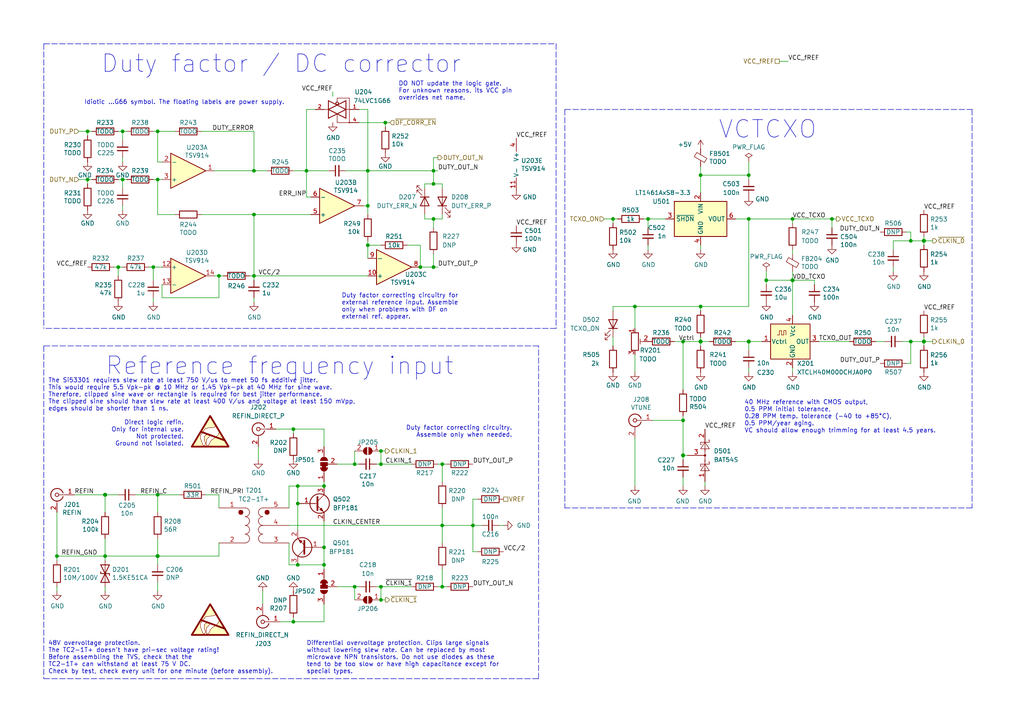
<source format=kicad_sch>
(kicad_sch (version 20211123) (generator eeschema)
  (paper "A4")
  (title_block (title "Generator 0.0125 - 6.4 GHz (or up to 20 GHz)") (date "2021-12-30") (rev "211230-001") (company "Petr Polasek") (comment 1 "001, 2021-12-30 01:03") (comment 2 "TCXO / external input") (comment 3 "LMX2572 (6.4 GHz) / LMX2592 (9.8GHz) / LMX2594 (15 GHz) / LMX2595 (20 GHz)"))
  (junction (at 85.09 180.34))
  (junction (at 85.09 124.46))
  (junction (at 125.73 49.53) (diameter 0.9144))
  (junction (at 217.17 50.8))
  (junction (at 44.45 77.47) (diameter 0.9144))
  (junction (at 198.12 121.92))
  (junction (at 25.4 38.1))
  (junction (at 222.25 81.28))
  (junction (at 45.72 38.1) (diameter 0.9144))
  (junction (at 203.2 50.8))
  (junction (at 229.87 81.28) (diameter 1.016))
  (junction (at 16.51 161.29) (diameter 0.9144))
  (junction (at 73.66 80.01) (diameter 0.9144))
  (junction (at 106.68 49.53) (diameter 0.9144))
  (junction (at 198.12 99.06))
  (junction (at 217.17 99.06) (diameter 1.016))
  (junction (at 217.17 63.5))
  (junction (at 128.27 152.4) (diameter 0.9144))
  (junction (at 93.98 158.75))
  (junction (at 198.12 132.08) (diameter 1.016))
  (junction (at 177.8 63.5))
  (junction (at 73.66 49.53) (diameter 0.9144))
  (junction (at 88.9 49.53))
  (junction (at 106.68 71.12) (diameter 0.9144))
  (junction (at 128.27 170.18) (diameter 0.9144))
  (junction (at 264.16 69.85))
  (junction (at 45.72 52.07) (diameter 0.9144))
  (junction (at 110.49 170.18))
  (junction (at 25.4 52.07))
  (junction (at 86.36 163.83))
  (junction (at 45.72 161.29) (diameter 1.016))
  (junction (at 34.29 77.47) (diameter 0.9144))
  (junction (at 121.92 77.47) (diameter 0.9144))
  (junction (at 267.97 99.06) (diameter 1.016))
  (junction (at 203.2 88.9))
  (junction (at 93.98 140.97))
  (junction (at 229.87 63.5))
  (junction (at 241.3 63.5))
  (junction (at 30.48 143.51) (diameter 1.016))
  (junction (at 137.16 152.4) (diameter 0.9144))
  (junction (at 187.96 63.5))
  (junction (at 35.56 52.07) (diameter 0.9144))
  (junction (at 110.49 134.62))
  (junction (at 203.2 99.06) (diameter 1.016))
  (junction (at 30.48 161.29) (diameter 0.9144))
  (junction (at 128.27 134.62) (diameter 0.9144))
  (junction (at 110.49 130.81))
  (junction (at 106.68 59.69) (diameter 0.9144))
  (junction (at 111.76 35.56))
  (junction (at 184.15 88.9))
  (junction (at 267.97 69.85) (diameter 1.016))
  (junction (at 86.36 140.97))
  (junction (at 86.36 146.05))
  (junction (at 125.73 77.47))
  (junction (at 125.73 53.34))
  (junction (at 73.66 62.23))
  (junction (at 110.49 173.99))
  (junction (at 63.5 80.01) (diameter 0.9144))
  (junction (at 102.87 170.18))
  (junction (at 93.98 163.83))
  (junction (at 102.87 134.62))
  (junction (at 45.72 143.51))
  (junction (at 125.73 63.5))
  (junction (at 35.56 38.1) (diameter 0.9144))
  (junction (at 264.16 99.06))
  (wire (pts (xy 187.96 72.39) (xy 187.96 71.12)))
  (wire (pts (xy 73.66 80.01) (xy 106.68 80.01)))
  (wire (pts (xy 25.4 38.1) (xy 25.4 39.37)))
  (wire (pts (xy 34.29 38.1) (xy 35.56 38.1)))
  (wire (pts (xy 73.66 80.01) (xy 73.66 81.28)))
  (wire (pts (xy 175.26 63.5) (xy 177.8 63.5)))
  (wire (pts (xy 128.27 134.62) (xy 128.27 139.7)))
  (wire (pts (xy 44.45 77.47) (xy 44.45 81.28)))
  (wire (pts (xy 204.47 139.7) (xy 204.47 140.97)))
  (wire (pts (xy 102.87 130.81) (xy 102.87 134.62)))
  (wire (pts (xy 30.48 156.21) (xy 30.48 161.29)))
  (wire (pts (xy 63.5 80.01) (xy 64.77 80.01)))
  (wire (pts (xy 33.02 77.47) (xy 34.29 77.47)))
  (wire (pts (xy 128.27 54.61) (xy 128.27 53.34)))
  (wire (pts (xy 62.23 80.01) (xy 63.5 80.01)))
  (wire (pts (xy 109.22 170.18) (xy 110.49 170.18)))
  (wire (pts (xy 236.22 82.55) (xy 236.22 81.28)))
  (wire (pts (xy 241.3 63.5) (xy 241.3 66.04)))
  (wire (pts (xy 229.87 63.5) (xy 241.3 63.5)))
  (wire (pts (xy 229.87 64.77) (xy 229.87 63.5)))
  (wire (pts (xy 270.51 69.85) (xy 267.97 69.85)))
  (wire (pts (xy 86.36 140.97) (xy 86.36 146.05)))
  (wire (pts (xy 111.76 35.56) (xy 113.03 35.56)))
  (wire (pts (xy 85.09 124.46) (xy 85.09 125.73)))
  (wire (pts (xy 44.45 86.36) (xy 44.45 87.63)))
  (wire (pts (xy 22.86 52.07) (xy 25.4 52.07)))
  (wire (pts (xy 109.22 134.62) (xy 110.49 134.62)))
  (wire (pts (xy 127 170.18) (xy 128.27 170.18)))
  (wire (pts (xy 16.51 148.59) (xy 16.51 161.29)))
  (wire (pts (xy 128.27 62.23) (xy 128.27 63.5)))
  (wire (pts (xy 46.99 77.47) (xy 44.45 77.47)))
  (wire (pts (xy 128.27 134.62) (xy 129.54 134.62)))
  (wire (pts (xy 34.29 77.47) (xy 34.29 80.01)))
  (wire (pts (xy 45.72 161.29) (xy 45.72 163.83)))
  (wire (pts (xy 267.97 71.12) (xy 267.97 69.85)))
  (wire (pts (xy 83.82 140.97) (xy 86.36 140.97)))
  (wire (pts (xy 96.52 26.67) (xy 96.52 27.94)))
  (wire (pts (xy 222.25 81.28) (xy 222.25 78.74)))
  (wire (pts (xy 106.68 49.53) (xy 106.68 59.69)))
  (wire (pts (xy 35.56 46.99) (xy 35.56 45.72)))
  (wire (pts (xy 259.08 78.74) (xy 259.08 77.47)))
  (wire (pts (xy 34.29 77.47) (xy 35.56 77.47)))
  (wire (pts (xy 125.73 73.66) (xy 125.73 77.47)))
  (wire (pts (xy 177.8 63.5) (xy 177.8 64.77)))
  (wire (pts (xy 50.8 62.23) (xy 45.72 62.23)))
  (wire (pts (xy 73.66 86.36) (xy 73.66 87.63)))
  (wire (pts (xy 44.45 38.1) (xy 45.72 38.1)))
  (wire (pts (xy 45.72 143.51) (xy 52.07 143.51)))
  (wire (pts (xy 16.51 161.29) (xy 16.51 162.56)))
  (wire (pts (xy 93.98 163.83) (xy 93.98 165.1)))
  (wire (pts (xy 74.93 133.35) (xy 74.93 129.54)))
  (wire (pts (xy 177.8 90.17) (xy 177.8 88.9)))
  (wire (pts (xy 177.8 88.9) (xy 184.15 88.9)))
  (wire (pts (xy 85.09 49.53) (xy 88.9 49.53)))
  (wire (pts (xy 30.48 161.29) (xy 45.72 161.29)))
  (wire (pts (xy 106.68 31.75) (xy 106.68 49.53)))
  (wire (pts (xy 104.14 31.75) (xy 106.68 31.75)))
  (wire (pts (xy 229.87 81.28) (xy 222.25 81.28)))
  (wire (pts (xy 198.12 120.65) (xy 198.12 121.92)))
  (wire (pts (xy 125.73 63.5) (xy 125.73 66.04)))
  (wire (pts (xy 256.54 99.06) (xy 254 99.06)))
  (wire (pts (xy 102.87 173.99) (xy 102.87 170.18)))
  (wire (pts (xy 203.2 50.8) (xy 217.17 50.8)))
  (wire (pts (xy 217.17 52.07) (xy 217.17 50.8)))
  (wire (pts (xy 217.17 107.95) (xy 217.17 106.68)))
  (wire (pts (xy 45.72 52.07) (xy 45.72 62.23)))
  (wire (pts (xy 58.42 38.1) (xy 73.66 38.1)))
  (wire (pts (xy 138.43 144.78) (xy 137.16 144.78)))
  (wire (pts (xy 45.72 46.99) (xy 46.99 46.99)))
  (wire (pts (xy 229.87 81.28) (xy 236.22 81.28)))
  (wire (pts (xy 86.36 146.05) (xy 86.36 153.67)))
  (wire (pts (xy 106.68 59.69) (xy 105.41 59.69)))
  (wire (pts (xy 241.3 63.5) (xy 242.57 63.5)))
  (polyline (pts (xy 156.21 196.85) (xy 156.21 100.33)))
  (polyline (pts (xy 156.21 100.33) (xy 12.7 100.33)))
  (polyline (pts (xy 12.7 196.85) (xy 156.21 196.85)))
  (polyline (pts (xy 12.7 100.33) (xy 12.7 196.85)))
  (wire (pts (xy 62.23 49.53) (xy 73.66 49.53)))
  (wire (pts (xy 229.87 72.39) (xy 229.87 73.66)))
  (wire (pts (xy 35.56 52.07) (xy 35.56 54.61)))
  (wire (pts (xy 73.66 49.53) (xy 77.47 49.53)))
  (wire (pts (xy 203.2 99.06) (xy 205.74 99.06)))
  (wire (pts (xy 91.44 31.75) (xy 88.9 31.75)))
  (wire (pts (xy 88.9 31.75) (xy 88.9 49.53)))
  (wire (pts (xy 229.87 107.95) (xy 229.87 106.68)))
  (wire (pts (xy 121.92 71.12) (xy 121.92 77.47)))
  (wire (pts (xy 229.87 81.28) (xy 229.87 91.44)))
  (wire (pts (xy 104.14 35.56) (xy 111.76 35.56)))
  (wire (pts (xy 125.73 77.47) (xy 127 77.47)))
  (wire (pts (xy 121.92 77.47) (xy 125.73 77.47)))
  (wire (pts (xy 262.89 67.31) (xy 264.16 67.31)))
  (wire (pts (xy 264.16 67.31) (xy 264.16 69.85)))
  (wire (pts (xy 110.49 134.62) (xy 119.38 134.62)))
  (wire (pts (xy 187.96 63.5) (xy 193.04 63.5)))
  (wire (pts (xy 128.27 165.1) (xy 128.27 170.18)))
  (wire (pts (xy 137.16 152.4) (xy 139.7 152.4)))
  (wire (pts (xy 63.5 143.51) (xy 63.5 147.32)))
  (wire (pts (xy 93.98 180.34) (xy 85.09 180.34)))
  (wire (pts (xy 93.98 175.26) (xy 93.98 180.34)))
  (wire (pts (xy 125.73 45.72) (xy 125.73 49.53)))
  (wire (pts (xy 63.5 157.48) (xy 63.5 161.29)))
  (wire (pts (xy 30.48 162.56) (xy 30.48 161.29)))
  (wire (pts (xy 86.36 163.83) (xy 93.98 163.83)))
  (wire (pts (xy 50.8 38.1) (xy 45.72 38.1)))
  (wire (pts (xy 100.33 49.53) (xy 106.68 49.53)))
  (wire (pts (xy 128.27 152.4) (xy 137.16 152.4)))
  (wire (pts (xy 30.48 143.51) (xy 34.29 143.51)))
  (wire (pts (xy 184.15 102.87) (xy 184.15 107.95)))
  (wire (pts (xy 102.87 170.18) (xy 104.14 170.18)))
  (wire (pts (xy 203.2 88.9) (xy 217.17 88.9)))
  (wire (pts (xy 217.17 63.5) (xy 217.17 88.9)))
  (wire (pts (xy 95.25 49.53) (xy 88.9 49.53)))
  (wire (pts (xy 259.08 69.85) (xy 259.08 72.39)))
  (wire (pts (xy 97.79 170.18) (xy 102.87 170.18)))
  (wire (pts (xy 81.28 180.34) (xy 85.09 180.34)))
  (wire (pts (xy 198.12 99.06) (xy 203.2 99.06)))
  (wire (pts (xy 195.58 99.06) (xy 198.12 99.06)))
  (wire (pts (xy 45.72 161.29) (xy 63.5 161.29)))
  (wire (pts (xy 217.17 46.99) (xy 217.17 50.8)))
  (wire (pts (xy 58.42 62.23) (xy 73.66 62.23)))
  (wire (pts (xy 73.66 62.23) (xy 90.17 62.23)))
  (wire (pts (xy 35.56 38.1) (xy 35.56 40.64)))
  (wire (pts (xy 222.25 81.28) (xy 222.25 82.55)))
  (wire (pts (xy 110.49 71.12) (xy 106.68 71.12)))
  (wire (pts (xy 45.72 156.21) (xy 45.72 161.29)))
  (wire (pts (xy 93.98 124.46) (xy 85.09 124.46)))
  (wire (pts (xy 93.98 129.54) (xy 93.98 124.46)))
  (wire (pts (xy 88.9 49.53) (xy 88.9 57.15)))
  (wire (pts (xy 217.17 99.06) (xy 217.17 101.6)))
  (wire (pts (xy 106.68 49.53) (xy 125.73 49.53)))
  (wire (pts (xy 198.12 132.08) (xy 198.12 133.35)))
  (wire (pts (xy 123.19 63.5) (xy 123.19 62.23)))
  (wire (pts (xy 229.87 81.28) (xy 229.87 78.74)))
  (wire (pts (xy 198.12 138.43) (xy 198.12 140.97)))
  (wire (pts (xy 118.11 71.12) (xy 121.92 71.12)))
  (wire (pts (xy 25.4 52.07) (xy 26.67 52.07)))
  (wire (pts (xy 73.66 62.23) (xy 73.66 80.01)))
  (wire (pts (xy 102.87 134.62) (xy 104.14 134.62)))
  (wire (pts (xy 16.51 171.45) (xy 16.51 170.18)))
  (wire (pts (xy 45.72 52.07) (xy 46.99 52.07)))
  (wire (pts (xy 110.49 173.99) (xy 110.49 170.18)))
  (wire (pts (xy 111.76 173.99) (xy 110.49 173.99)))
  (wire (pts (xy 187.96 63.5) (xy 186.69 63.5)))
  (wire (pts (xy 127 134.62) (xy 128.27 134.62)))
  (wire (pts (xy 16.51 161.29) (xy 30.48 161.29)))
  (wire (pts (xy 110.49 130.81) (xy 110.49 134.62)))
  (wire (pts (xy 111.76 130.81) (xy 110.49 130.81)))
  (wire (pts (xy 267.97 99.06) (xy 267.97 100.33)))
  (wire (pts (xy 261.62 99.06) (xy 264.16 99.06)))
  (wire (pts (xy 264.16 99.06) (xy 267.97 99.06)))
  (wire (pts (xy 144.78 152.4) (xy 146.05 152.4)))
  (wire (pts (xy 177.8 63.5) (xy 179.07 63.5)))
  (wire (pts (xy 34.29 52.07) (xy 35.56 52.07)))
  (wire (pts (xy 226.06 17.78) (xy 228.6 17.78)))
  (wire (pts (xy 213.36 63.5) (xy 217.17 63.5)))
  (wire (pts (xy 217.17 63.5) (xy 229.87 63.5)))
  (wire (pts (xy 97.79 134.62) (xy 102.87 134.62)))
  (wire (pts (xy 25.4 53.34) (xy 25.4 52.07)))
  (wire (pts (xy 25.4 38.1) (xy 26.67 38.1)))
  (wire (pts (xy 35.56 60.96) (xy 35.56 59.69)))
  (wire (pts (xy 44.45 52.07) (xy 45.72 52.07)))
  (wire (pts (xy 45.72 168.91) (xy 45.72 171.45)))
  (wire (pts (xy 21.59 143.51) (xy 30.48 143.51)))
  (wire (pts (xy 86.36 140.97) (xy 93.98 140.97)))
  (polyline (pts (xy 281.94 31.75) (xy 281.94 147.32)))
  (polyline (pts (xy 163.83 31.75) (xy 281.94 31.75)))
  (polyline (pts (xy 281.94 147.32) (xy 163.83 147.32)))
  (polyline (pts (xy 163.83 31.75) (xy 163.83 147.32)))
  (wire (pts (xy 125.73 63.5) (xy 123.19 63.5)))
  (wire (pts (xy 128.27 63.5) (xy 125.73 63.5)))
  (wire (pts (xy 267.97 69.85) (xy 267.97 68.58)))
  (wire (pts (xy 213.36 99.06) (xy 217.17 99.06)))
  (wire (pts (xy 262.89 105.41) (xy 264.16 105.41)))
  (wire (pts (xy 264.16 99.06) (xy 264.16 105.41)))
  (wire (pts (xy 63.5 86.36) (xy 46.99 86.36)))
  (wire (pts (xy 76.2 171.45) (xy 76.2 175.26)))
  (wire (pts (xy 199.39 132.08) (xy 198.12 132.08)))
  (wire (pts (xy 111.76 35.56) (xy 111.76 36.83)))
  (wire (pts (xy 35.56 38.1) (xy 36.83 38.1)))
  (wire (pts (xy 137.16 144.78) (xy 137.16 152.4)))
  (wire (pts (xy 198.12 132.08) (xy 198.12 121.92)))
  (wire (pts (xy 106.68 59.69) (xy 106.68 62.23)))
  (wire (pts (xy 45.72 143.51) (xy 45.72 148.59)))
  (wire (pts (xy 128.27 147.32) (xy 128.27 152.4)))
  (wire (pts (xy 85.09 180.34) (xy 85.09 179.07)))
  (wire (pts (xy 184.15 95.25) (xy 184.15 88.9)))
  (wire (pts (xy 184.15 88.9) (xy 203.2 88.9)))
  (wire (pts (xy 203.2 88.9) (xy 203.2 90.17)))
  (wire (pts (xy 88.9 57.15) (xy 90.17 57.15)))
  (wire (pts (xy 22.86 38.1) (xy 25.4 38.1)))
  (wire (pts (xy 39.37 143.51) (xy 45.72 143.51)))
  (wire (pts (xy 30.48 148.59) (xy 30.48 143.51)))
  (wire (pts (xy 83.82 157.48) (xy 83.82 163.83)))
  (wire (pts (xy 93.98 139.7) (xy 93.98 140.97)))
  (wire (pts (xy 217.17 99.06) (xy 220.98 99.06)))
  (wire (pts (xy 203.2 50.8) (xy 203.2 55.88)))
  (wire (pts (xy 203.2 48.26) (xy 203.2 50.8)))
  (wire (pts (xy 177.8 100.33) (xy 177.8 97.79)))
  (wire (pts (xy 83.82 147.32) (xy 83.82 140.97)))
  (wire (pts (xy 138.43 160.02) (xy 137.16 160.02)))
  (wire (pts (xy 123.19 53.34) (xy 123.19 54.61)))
  (wire (pts (xy 106.68 71.12) (xy 106.68 74.93)))
  (wire (pts (xy 137.16 152.4) (xy 137.16 160.02)))
  (wire (pts (xy 73.66 38.1) (xy 73.66 49.53)))
  (wire (pts (xy 63.5 80.01) (xy 63.5 86.36)))
  (wire (pts (xy 83.82 163.83) (xy 86.36 163.83)))
  (wire (pts (xy 43.18 77.47) (xy 44.45 77.47)))
  (wire (pts (xy 125.73 45.72) (xy 127 45.72)))
  (wire (pts (xy 270.51 99.06) (xy 267.97 99.06)))
  (wire (pts (xy 203.2 99.06) (xy 203.2 97.79)))
  (wire (pts (xy 128.27 170.18) (xy 129.54 170.18)))
  (wire (pts (xy 35.56 52.07) (xy 36.83 52.07)))
  (wire (pts (xy 93.98 151.13) (xy 93.98 158.75)))
  (wire (pts (xy 80.01 124.46) (xy 85.09 124.46)))
  (wire (pts (xy 189.23 121.92) (xy 198.12 121.92)))
  (wire (pts (xy 198.12 99.06) (xy 198.12 113.03)))
  (wire (pts (xy 106.68 69.85) (xy 106.68 71.12)))
  (wire (pts (xy 128.27 157.48) (xy 128.27 152.4)))
  (wire (pts (xy 267.97 97.79) (xy 267.97 99.06)))
  (wire (pts (xy 72.39 80.01) (xy 73.66 80.01)))
  (wire (pts (xy 203.2 100.33) (xy 203.2 99.06)))
  (wire (pts (xy 59.69 143.51) (xy 63.5 143.51)))
  (wire (pts (xy 128.27 53.34) (xy 125.73 53.34)))
  (wire (pts (xy 125.73 53.34) (xy 123.19 53.34)))
  (wire (pts (xy 110.49 170.18) (xy 119.38 170.18)))
  (polyline (pts (xy 161.29 12.7) (xy 161.29 95.25)))
  (polyline (pts (xy 12.7 12.7) (xy 161.29 12.7)))
  (polyline (pts (xy 161.29 95.25) (xy 12.7 95.25)))
  (polyline (pts (xy 12.7 12.7) (xy 12.7 95.25)))
  (wire (pts (xy 184.15 127) (xy 184.15 140.97)))
  (wire (pts (xy 246.38 99.06) (xy 237.49 99.06)))
  (wire (pts (xy 267.97 69.85) (xy 264.16 69.85)))
  (wire (pts (xy 264.16 69.85) (xy 259.08 69.85)))
  (wire (pts (xy 30.48 171.45) (xy 30.48 170.18)))
  (wire (pts (xy 83.82 152.4) (xy 128.27 152.4)))
  (wire (pts (xy 187.96 66.04) (xy 187.96 63.5)))
  (wire (pts (xy 203.2 72.39) (xy 203.2 71.12)))
  (wire (pts (xy 125.73 49.53) (xy 127 49.53)))
  (wire (pts (xy 46.99 86.36) (xy 46.99 82.55)))
  (wire (pts (xy 45.72 38.1) (xy 45.72 46.99)))
  (wire (pts (xy 93.98 158.75) (xy 93.98 163.83)))
  (wire (pts (xy 125.73 49.53) (xy 125.73 53.34)))
  (text "48V overvoltage protection.\nThe TC2-1T+ doesn't have pri-sec voltage rating!\nBefore assembling the TVS, check that the\nTC2-1T+ can withstand at least 75 V DC.\nCheck by test, check every unit for one minute (before assembly)." (at 13.97 195.58 0) (effects (font (size 1.27 1.27)) (justify left bottom)))
  (text "40 MHz reference with CMOS output,\n0.5 PPM initial tolerance,\n0.28 PPM temp. tolerance (-40 to +85°C),\n0.5 PPM/year aging.\nVC should allow enough trimming for at least 4.5 years." (at 215.9 125.73 0) (effects (font (size 1.27 1.27)) (justify left bottom)))
  (text "DO NOT update the logic gate.\nFor unknown reasons, its VCC pin\noverrides net name." (at 115.57 29.21 0) (effects (font (size 1.27 1.27)) (justify left bottom)))
  (text "Differential overvoltage protection. Clips large signals\nwithout lowering slew rate. Can be replaced by most\nmicrowave NPN transistors. Do not use diodes as these\ntend to be too slow or have high capacitance except for\nspecial types." (at 88.9 195.58 0) (effects (font (size 1.27 1.27)) (justify left bottom)))
  (text "VCTCXO" (at 208.28 40.64 0) (effects (font (size 5.08 5.08)) (justify left bottom)))
  (text "Duty factor / DC corrector" (at 29.21 21.59 0) (effects (font (size 5.08 5.08)) (justify left bottom)))
  (text "Reference frequency input" (at 30.48 109.22 0) (effects (font (size 5.08 5.08)) (justify left bottom)))
  (text "Duty factor correcting circuitry for\nexternal reference input. Assemble\nonly when problems with DF on\nexternal ref. appear." (at 99.06 92.71 0) (effects (font (size 1.27 1.27)) (justify left bottom)))
  (text "Idiotic ...G66 symbol. The floating labels are power supply." (at 82.55 30.48 0) (effects (font (size 1.27 1.27)) (justify right bottom)))
  (text "Duty factor correcting circuitry.\nAssemble only when needed." (at 148.59 127 0) (effects (font (size 1.27 1.27)) (justify right bottom)))
  (text "Direct logic refin.\nOnly for internal use.\nNot protected.\nGround not isolated." (at 53.34 129.54 0) (effects (font (size 1.27 1.27)) (justify right bottom)))
  (text "The Si53301 requires slew rate at least 750 V/us to meet 50 fs additive jitter.\nThis would require 5.5 Vpk-pk @ 10 MHz or 1.45 Vpk-pk at 40 MHz for sine wave.\nTherefore, clipped sine wave or rectangle is required for best jitter performance.\nThe clipped sine should have slew rate at least 400 V/us and voltage at least 150 mVpp,\nedges should be shorter than 1 ns." (at 13.97 119.38 0) (effects (font (size 1.27 1.27)) (justify left bottom)))
  (label "DUTY_ERROR" (at 73.66 38.1 180))
  (label "Vctrl" (at 196.85 99.06 0))
  (label "DUTY_OUT_P" (at 127 77.47 0))
  (label "VCC_fREF" (at 228.6 17.78 0))
  (label "VCC{slash}2" (at 146.05 160.02 0))
  (label "CLKIN_1" (at 111.76 134.62 0))
  (label "DUTY_OUT_P" (at 255.27 105.41 180))
  (label "VCC_fREF" (at 267.97 60.96 0))
  (label "VCC_fREF" (at 25.4 77.47 180))
  (label "REFIN" (at 21.59 143.51 0))
  (label "VCC_fREF" (at 204.47 124.46 0))
  (label "REFIN_C" (at 40.64 143.51 0))
  (label "DUTY_OUT_N" (at 137.16 170.18 0))
  (label "VCC{slash}2" (at 74.93 80.01 0))
  (label "CLKIN_CENTER" (at 96.52 152.4 0))
  (label "VCC_fREF" (at 149.7457 65.5256 0))
  (label "~{CLKIN_1}" (at 111.76 170.18 0))
  (label "REFIN_GND" (at 17.78 161.29 0))
  (label "VCC_fREF" (at 267.97 90.17 0))
  (label "VCC_fREF" (at 149.7457 40.1256 0))
  (label "VDD_TCXO" (at 229.87 81.28 0))
  (label "DUTY_OUT_N" (at 127 49.53 0))
  (label "VCC_fREF" (at 96.52 26.67 180))
  (label "VCC_TCXO" (at 229.87 63.5 0))
  (label "TCXO_OUT" (at 237.49 99.06 0))
  (label "ERR_INP" (at 88.9 57.15 180))
  (label "DUTY_OUT_P" (at 137.16 134.62 0))
  (label "DUTY_OUT_N" (at 255.27 67.31 180))
  (label "REFIN_PRI" (at 60.96 143.51 0))
  (hierarchical_label "DUTY_P" (shape input) (at 22.86 38.1 180))
  (hierarchical_label "DUTY_N" (shape input) (at 22.86 52.07 180))
  (hierarchical_label "TCXO_ON" (shape input) (at 175.26 63.5 180))
  (hierarchical_label "VCC_fREF" (shape passive) (at 226.06 17.78 180))
  (hierarchical_label "CLKIN_0" (shape output) (at 270.51 99.06 0))
  (hierarchical_label "DUTY_OUT_N" (shape output) (at 127 45.72 0))
  (hierarchical_label "~{CLKIN_0}" (shape output) (at 270.51 69.85 0))
  (hierarchical_label "VREF" (shape passive) (at 146.05 144.78 0))
  (hierarchical_label "VCC_TCXO" (shape output) (at 242.57 63.5 0))
  (hierarchical_label "~{DF_CORR_EN}" (shape input) (at 113.03 35.56 0))
  (hierarchical_label "~{CLKIN_1}" (shape output) (at 111.76 173.99 0))
  (hierarchical_label "CLKIN_1" (shape output) (at 111.76 130.81 0))
  (symbol (lib_id "power:PWR_FLAG") (at 217.17 46.99 0) (unit 1)
    (property "Reference" "#FLG0106" (effects hide))
    (property "Value" "PWR_FLAG" (at 217.17 42.6656 0))
  )
  (symbol (lib_id "petr:u.FL") (at 74.93 124.46 0) (mirror y) (unit 1)
    (property "Reference" "J202" (at 74.93 118.11 0))
    (property "Value" "REFIN_DIRECT_P" (at 74.93 120.65 0))
    (property "Footprint" "Connector_Coaxial:U.FL_Molex_MCRF_73412-0110_Vertical" (effects hide))
    (property "Datasheet" " ~" (effects hide))
  )
  (symbol (lib_id "power:GND") (at 187.96 72.39 0) (unit 1)
    (property "Reference" "#PWR0505" (effects hide))
    (property "Value" "GND" (at 188.087 76.7842 0))
  )
  (symbol (lib_id "Device:R") (at 25.4 57.15 0) (mirror x) (unit 1)
    (property "Reference" "R231" (at 23.6219 56.0006 0) (effects (justify right)))
    (property "Value" "TODO" (at 23.6219 58.2993 0) (effects (justify right)))
    (property "Footprint" "Resistor_SMD:R_0603_1608Metric_Pad0.98x0.95mm_HandSolder" (effects hide))
  )
  (symbol (lib_id "power:GND") (at 259.08 78.74 0) (unit 1)
    (property "Reference" "#PWR0258" (effects hide))
    (property "Value" "GND" (at 259.207 83.1342 0))
  )
  (symbol (lib_id "Device:R") (at 229.87 68.58 0) (unit 1)
    (property "Reference" "R247" (at 232.41 67.3099 0) (effects (justify left)))
    (property "Value" "TODO" (at 232.41 69.8499 0) (effects (justify left)))
    (property "Footprint" "Resistor_SMD:R_0603_1608Metric_Pad0.98x0.95mm_HandSolder" (effects hide))
  )
  (symbol (lib_id "Device:R") (at 81.28 49.53 90) (unit 1)
    (property "Reference" "R245" (at 81.28 46.99 90))
    (property "Value" "TODO" (at 81.28 49.53 90))
    (property "Footprint" "Resistor_SMD:R_0603_1608Metric_Pad0.98x0.95mm_HandSolder" (effects hide))
  )
  (symbol (lib_id "Device:R") (at 40.64 38.1 90) (unit 1)
    (property "Reference" "R238" (at 40.64 35.56 90))
    (property "Value" "TODO" (at 40.64 38.1 90))
    (property "Footprint" "Resistor_SMD:R_0603_1608Metric_Pad0.98x0.95mm_HandSolder" (effects hide))
  )
  (symbol (lib_id "Device:R") (at 106.68 66.04 180) (unit 1)
    (property "Reference" "R249" (at 99.5681 64.8906 0) (effects (justify right)))
    (property "Value" "10k" (at 100.8381 67.1893 0) (effects (justify right)))
    (property "Footprint" "Resistor_SMD:R_0603_1608Metric_Pad0.98x0.95mm_HandSolder" (effects hide))
  )
  (symbol (lib_id "Device:R") (at 259.08 105.41 270) (unit 1)
    (property "Reference" "R507" (at 259.08 107.95 90))
    (property "Value" "DNP" (at 259.08 105.41 90))
    (property "Footprint" "Resistor_SMD:R_0603_1608Metric_Pad0.98x0.95mm_HandSolder" (effects hide))
  )
  (symbol (lib_id "power:GND") (at 96.52 35.56 0) (unit 1)
    (property "Reference" "#PWR0256" (effects hide))
    (property "Value" "GND" (at 96.647 39.9542 0))
  )
  (symbol (lib_id "Device:C_Small") (at 198.12 135.89 0) (mirror y) (unit 1)
    (property "Reference" "C227" (at 195.7832 133.4516 0) (effects (justify left)))
    (property "Value" "10n" (at 195.7832 135.763 0) (effects (justify left)))
    (property "Footprint" "Capacitor_SMD:C_0603_1608Metric_Pad1.08x0.95mm_HandSolder" (effects hide))
  )
  (symbol (lib_id "Device:R") (at 267.97 74.93 0) (unit 1)
    (property "Reference" "R254" (at 269.748 73.7616 0) (effects (justify left)))
    (property "Value" "1k" (at 269.748 76.073 0) (effects (justify left)))
    (property "Footprint" "Resistor_SMD:R_0603_1608Metric_Pad0.98x0.95mm_HandSolder" (effects hide))
  )
  (symbol (lib_id "Device:R") (at 30.48 152.4 180) (unit 1)
    (property "Reference" "R204" (at 28.7274 151.2316 0) (effects (justify left)))
    (property "Value" "100k" (at 28.7274 153.543 0) (effects (justify left)))
    (property "Footprint" "Resistor_SMD:R_0603_1608Metric_Pad0.98x0.95mm_HandSolder" (effects hide))
  )
  (symbol (lib_id "Device:C_Small") (at 35.56 43.18 180) (unit 1)
    (property "Reference" "C225" (at 33.2232 44.3484 0) (effects (justify left)))
    (property "Value" "TODO" (at 33.223 42.037 0) (effects (justify left)))
    (property "Footprint" "Capacitor_SMD:C_0603_1608Metric_Pad1.08x0.95mm_HandSolder" (effects hide))
  )
  (symbol (lib_id "Device:R") (at 267.97 104.14 0) (unit 1)
    (property "Reference" "R256" (at 269.748 102.9716 0) (effects (justify left)))
    (property "Value" "1k" (at 269.748 105.283 0) (effects (justify left)))
    (property "Footprint" "Resistor_SMD:R_0603_1608Metric_Pad0.98x0.95mm_HandSolder" (effects hide))
  )
  (symbol (lib_id "petr:u.FL") (at 76.2 180.34 180) (unit 1)
    (property "Reference" "J203" (at 78.74 186.69 0) (effects (justify left)))
    (property "Value" "REFIN_DIRECT_N" (at 83.82 184.15 0) (effects (justify left)))
    (property "Footprint" "Connector_Coaxial:U.FL_Molex_MCRF_73412-0110_Vertical" (effects hide))
    (property "Datasheet" " ~" (effects hide))
  )
  (symbol (lib_id "Device:R") (at 250.19 99.06 270) (unit 1)
    (property "Reference" "R250" (at 250.19 96.52 90))
    (property "Value" "TODO" (at 250.19 99.06 90))
    (property "Footprint" "Resistor_SMD:R_0603_1608Metric_Pad0.98x0.95mm_HandSolder" (effects hide))
  )
  (symbol (lib_id "power:GND") (at 85.09 171.45 0) (mirror x) (unit 1)
    (property "Reference" "#PWR0212" (effects hide))
    (property "Value" "GND" (at 85.09 167.64 0))
  )
  (symbol (lib_id "Device:R") (at 142.24 160.02 270) (unit 1)
    (property "Reference" "R225" (at 142.24 162.9474 90))
    (property "Value" "DNP" (at 142.24 160.02 90))
    (property "Footprint" "Resistor_SMD:R_0603_1608Metric_Pad0.98x0.95mm_HandSolder" (effects hide))
  )
  (symbol (lib_id "Device:C_Small") (at 97.79 49.53 90) (unit 1)
    (property "Reference" "C235" (at 97.79 43.7577 90))
    (property "Value" "TODO" (at 97.79 46.0564 90))
    (property "Footprint" "Capacitor_SMD:C_0603_1608Metric_Pad1.08x0.95mm_HandSolder" (effects hide))
  )
  (symbol (lib_id "Device:R") (at 123.19 134.62 270) (unit 1)
    (property "Reference" "R217" (at 123.19 137.16 90))
    (property "Value" "DNP" (at 123.19 134.62 90))
    (property "Footprint" "Resistor_SMD:R_0603_1608Metric_Pad0.98x0.95mm_HandSolder" (effects hide))
  )
  (symbol (lib_id "Device:R") (at 40.64 52.07 90) (unit 1)
    (property "Reference" "R239" (at 40.64 49.53 90))
    (property "Value" "TODO" (at 40.64 52.07 90))
    (property "Footprint" "Resistor_SMD:R_0603_1608Metric_Pad0.98x0.95mm_HandSolder" (effects hide))
  )
  (symbol (lib_id "power:GND") (at 25.4 46.99 0) (unit 1)
    (property "Reference" "#PWR0235" (effects hide))
    (property "Value" "GND" (at 26.67 50.8 0) (effects (justify right)))
  )
  (symbol (lib_id "power:GND") (at 203.2 72.39 0) (unit 1)
    (property "Reference" "#PWR0508" (effects hide))
    (property "Value" "GND" (at 203.327 76.7842 0))
  )
  (symbol (lib_id "Device:R") (at 133.35 170.18 90) (unit 1)
    (property "Reference" "R223" (at 133.35 167.64 90))
    (property "Value" "DNP" (at 133.35 170.18 90))
    (property "Footprint" "Resistor_SMD:R_0603_1608Metric_Pad0.98x0.95mm_HandSolder" (effects hide))
  )
  (symbol (lib_id "Amplifier_Operational:TSV914") (at 114.3 77.47 0) (mirror x) (unit 3)
    (property "Reference" "U203" (at 120.65 79.6098 0))
    (property "Value" "TSV914" (at 116.84 81.9085 0))
    (property "Footprint" "Package_SO:SOIC-14_3.9x8.7mm_P1.27mm" (effects hide))
    (property "Datasheet" "www.st.com/resource/en/datasheet/tsv911.pdf" (effects hide))
  )
  (symbol (lib_id "Device:R") (at 177.8 104.14 0) (unit 1)
    (property "Reference" "R505" (at 168.91 102.87 0) (effects (justify left)))
    (property "Value" "2k" (at 171.45 105.41 0) (effects (justify left)))
    (property "Footprint" "Resistor_SMD:R_0603_1608Metric_Pad0.98x0.95mm_HandSolder" (effects hide))
  )
  (symbol (lib_id "Device:R") (at 198.12 116.84 180) (unit 1)
    (property "Reference" "R504" (at 199.8981 117.9894 0) (effects (justify right)))
    (property "Value" "TODO" (at 199.8981 115.6907 0) (effects (justify right)))
    (property "Footprint" "Resistor_SMD:R_0603_1608Metric_Pad0.98x0.95mm_HandSolder" (effects hide))
  )
  (symbol (lib_id "Device:R") (at 125.73 69.85 180) (unit 1)
    (property "Reference" "R227" (at 128.27 68.5799 0) (effects (justify right)))
    (property "Value" "DNP" (at 128.27 71.1199 0) (effects (justify right)))
    (property "Footprint" "Resistor_SMD:R_0603_1608Metric_Pad0.98x0.95mm_HandSolder" (effects hide))
  )
  (symbol (lib_id "petr:BFP181") (at 91.44 146.05 0) (unit 1)
    (property "Reference" "Q502" (at 96.52 144.7799 0) (effects (justify left)))
    (property "Value" "BFP181" (at 96.52 147.3199 0) (effects (justify left)))
    (property "Footprint" "Package_TO_SOT_SMD:SOT-23_Handsoldering" (effects hide))
    (property "Datasheet" "https://www.infineon.com/dgdl/Infineon-BFP181-DS-v01_01-en.pdf?fileId=db3a30431400ef6801142665c77b0601" (effects hide))
  )
  (symbol (lib_id "Device:C_Small") (at 187.96 68.58 0) (unit 1)
    (property "Reference" "C502" (at 193.04 66.04 0) (effects (justify right)))
    (property "Value" "1n" (at 193.2558 68.4593 0) (effects (justify right)))
    (property "Footprint" "Capacitor_SMD:C_0603_1608Metric_Pad1.08x0.95mm_HandSolder" (effects hide))
  )
  (symbol (lib_id "Jumper:SolderJumper_3_Bridged12") (at 93.98 170.18 90) (mirror x) (unit 1)
    (property "Reference" "JP502" (at 91.44 171.4501 90) (effects (justify left)))
    (property "Value" "SolderJumper_3_Bridged12" (effects hide))
    (property "Footprint" "Jumper:SolderJumper-3_P1.3mm_Bridged12_RoundedPad1.0x1.5mm_NumberLabels" (effects hide))
  )
  (symbol (lib_id "power:GND") (at 184.15 107.95 0) (mirror y) (unit 1)
    (property "Reference" "#PWR0237" (effects hide))
    (property "Value" "GND" (at 184.15 111.76 0))
  )
  (symbol (lib_id "power:GND") (at 146.05 152.4 90) (unit 1)
    (property "Reference" "#PWR0501" (effects hide))
    (property "Value" "GND" (at 149.86 152.3999 90) (effects (justify right)))
  )
  (symbol (lib_id "power:GND") (at 203.2 107.95 0) (unit 1)
    (property "Reference" "#PWR0244" (effects hide))
    (property "Value" "GND" (at 203.327 112.3442 0))
  )
  (symbol (lib_id "Device:C_Small") (at 142.24 152.4 270) (unit 1)
    (property "Reference" "C216" (at 142.24 154.94 90))
    (property "Value" "100n" (at 142.24 149.86 90))
    (property "Footprint" "Capacitor_SMD:C_0603_1608Metric_Pad1.08x0.95mm_HandSolder" (effects hide))
  )
  (symbol (lib_id "power:GND") (at 222.25 87.63 0) (unit 1)
    (property "Reference" "#PWR0254" (effects hide))
    (property "Value" "GND" (at 222.377 92.0242 0))
  )
  (symbol (lib_id "Amplifier_Operational:TSV914") (at 97.79 59.69 0) (mirror x) (unit 2)
    (property "Reference" "U203" (at 100.33 52.9398 0))
    (property "Value" "TSV914" (at 100.33 55.2385 0))
    (property "Footprint" "Package_SO:SOIC-14_3.9x8.7mm_P1.27mm" (effects hide))
    (property "Datasheet" "www.st.com/resource/en/datasheet/tsv911.pdf" (effects hide))
  )
  (symbol (lib_id "Device:R") (at 39.37 77.47 270) (unit 1)
    (property "Reference" "R237" (at 39.37 74.93 90))
    (property "Value" "47k" (at 39.37 77.47 90))
    (property "Footprint" "Resistor_SMD:R_0603_1608Metric_Pad0.98x0.95mm_HandSolder" (effects hide))
  )
  (symbol (lib_id "Device:C_Small") (at 106.68 134.62 270) (unit 1)
    (property "Reference" "C217" (at 106.68 138.0935 90))
    (property "Value" "10n" (at 106.68 140.3922 90))
    (property "Footprint" "Capacitor_SMD:C_0603_1608Metric_Pad1.08x0.95mm_HandSolder" (effects hide))
  )
  (symbol (lib_id "Graphic:SYM_ESD_Large") (at 60.96 179.07 0) (unit 1)
    (property "Reference" "#SYM501" (effects hide))
    (property "Value" "SYM_ESD_Large" (effects hide))
  )
  (symbol (lib_id "power:GND") (at 149.7457 70.6056 0) (unit 1)
    (property "Reference" "#PWR0503" (effects hide))
    (property "Value" "GND" (at 153.67 72.39 0))
  )
  (symbol (lib_id "power:GND") (at 267.97 107.95 0) (unit 1)
    (property "Reference" "#PWR0261" (effects hide))
    (property "Value" "GND" (at 268.097 112.3442 0))
  )
  (symbol (lib_id "Device:R") (at 128.27 161.29 180) (unit 1)
    (property "Reference" "R221" (at 130.048 160.1216 0) (effects (justify right)))
    (property "Value" "DNP" (at 130.81 162.56 0) (effects (justify right)))
    (property "Footprint" "Resistor_SMD:R_0603_1608Metric_Pad0.98x0.95mm_HandSolder" (effects hide))
  )
  (symbol (lib_id "power:+5V") (at 203.2 43.18 0) (unit 1)
    (property "Reference" "#PWR0507" (effects hide))
    (property "Value" "+5V" (at 200.66 41.9099 0) (effects (justify right)))
  )
  (symbol (lib_id "Device:R") (at 25.4 43.18 0) (mirror x) (unit 1)
    (property "Reference" "R230" (at 23.6219 42.0306 0) (effects (justify right)))
    (property "Value" "TODO" (at 23.6219 44.3293 0) (effects (justify right)))
    (property "Footprint" "Resistor_SMD:R_0603_1608Metric_Pad0.98x0.95mm_HandSolder" (effects hide))
  )
  (symbol (lib_id "Device:C_Small") (at 45.72 166.37 180) (unit 1)
    (property "Reference" "C206" (at 48.0568 165.2016 0) (effects (justify right)))
    (property "Value" "DNP" (at 48.0568 167.513 0) (effects (justify right)))
    (property "Footprint" "Capacitor_SMD:C_0603_1608Metric_Pad1.08x0.95mm_HandSolder" (effects hide))
  )
  (symbol (lib_id "petr:u.FL") (at 184.15 121.92 0) (mirror y) (unit 1)
    (property "Reference" "J208" (at 185.9788 115.8748 0))
    (property "Value" "VTUNE" (at 185.979 118.186 0))
    (property "Footprint" "Connector_Coaxial:U.FL_Molex_MCRF_73412-0110_Vertical" (effects hide))
    (property "Datasheet" " ~" (effects hide))
  )
  (symbol (lib_id "Device:C_Small") (at 44.45 83.82 180) (unit 1)
    (property "Reference" "C228" (at 42.1258 82.6706 0) (effects (justify left)))
    (property "Value" "1u" (at 42.1258 84.9693 0) (effects (justify left)))
    (property "Footprint" "Capacitor_SMD:C_0603_1608Metric_Pad1.08x0.95mm_HandSolder" (effects hide))
  )
  (symbol (lib_id "Device:R") (at 54.61 62.23 90) (unit 1)
    (property "Reference" "R244" (at 54.61 65.1574 90))
    (property "Value" "TODO" (at 54.61 67.4561 90))
    (property "Footprint" "Resistor_SMD:R_0603_1608Metric_Pad0.98x0.95mm_HandSolder" (effects hide))
  )
  (symbol (lib_id "Amplifier_Operational:TSV914") (at 54.61 80.01 0) (unit 4)
    (property "Reference" "U203" (at 57.15 73.2598 0))
    (property "Value" "TSV914" (at 57.15 75.5585 0))
    (property "Footprint" "Package_SO:SOIC-14_3.9x8.7mm_P1.27mm" (effects hide))
    (property "Datasheet" "www.st.com/resource/en/datasheet/tsv911.pdf" (effects hide))
  )
  (symbol (lib_id "Device:LED") (at 123.19 58.42 270) (unit 1)
    (property "Reference" "D207" (at 115.57 57.15 90) (effects (justify left)))
    (property "Value" "DUTY_ERR_N" (at 109.22 59.69 90) (effects (justify left)))
    (property "Footprint" "LED_SMD:LED_0603_1608Metric_Pad1.05x0.95mm_HandSolder" (effects hide))
  )
  (symbol (lib_id "Device:R") (at 54.61 38.1 90) (unit 1)
    (property "Reference" "R243" (at 54.61 35.56 90))
    (property "Value" "TODO" (at 54.61 38.1 90))
    (property "Footprint" "Resistor_SMD:R_0603_1608Metric_Pad0.98x0.95mm_HandSolder" (effects hide))
  )
  (symbol (lib_id "Device:R") (at 16.51 166.37 0) (mirror x) (unit 1)
    (property "Reference" "R201" (at 18.2881 165.2206 0) (effects (justify left)))
    (property "Value" "10M/100V" (at 18.288 167.519 0) (effects (justify left)))
    (property "Footprint" "Resistor_SMD:R_1206_3216Metric_Pad1.30x1.75mm_HandSolder" (effects hide))
  )
  (symbol (lib_id "Device:C_Small") (at 73.66 83.82 180) (unit 1)
    (property "Reference" "C232" (at 75.9842 82.6706 0) (effects (justify right)))
    (property "Value" "1u" (at 75.9842 84.9693 0) (effects (justify right)))
    (property "Footprint" "Capacitor_SMD:C_0603_1608Metric_Pad1.08x0.95mm_HandSolder" (effects hide))
  )
  (symbol (lib_id "power:GND") (at 30.48 171.45 0) (unit 1)
    (property "Reference" "#PWR0208" (effects hide))
    (property "Value" "GND" (at 30.607 175.8442 0))
  )
  (symbol (lib_id "power:GND") (at 267.97 78.74 0) (unit 1)
    (property "Reference" "#PWR0260" (effects hide))
    (property "Value" "GND" (at 268.097 83.1342 0))
  )
  (symbol (lib_id "Device:R") (at 45.72 152.4 0) (unit 1)
    (property "Reference" "R208" (at 47.498 151.2316 0) (effects (justify left)))
    (property "Value" "56R" (at 47.498 153.543 0) (effects (justify left)))
    (property "Footprint" "Resistor_SMD:R_0603_1608Metric_Pad0.98x0.95mm_HandSolder" (effects hide))
  )
  (symbol (lib_id "Reference_Voltage:LT1461AxS8-3.3") (at 203.2 63.5 0) (unit 1)
    (property "Reference" "U501" (at 189.23 58.4199 0) (effects (justify left)))
    (property "Value" "LT1461AxS8-3.3" (at 184.15 55.88 0) (effects (justify left)))
    (property "Footprint" "Package_SO:SOIC-8_3.9x4.9mm_P1.27mm" (effects hide))
    (property "Datasheet" "https://www.analog.com/media/en/technical-documentation/data-sheets/LT1461.pdf" (effects hide))
  )
  (symbol (lib_id "power:PWR_FLAG") (at 222.25 78.74 0) (unit 1)
    (property "Reference" "#FLG0204" (effects hide))
    (property "Value" "PWR_FLAG" (at 222.25 74.4156 0))
  )
  (symbol (lib_id "power:GND") (at 85.09 133.35 0) (unit 1)
    (property "Reference" "#PWR0205" (effects hide))
    (property "Value" "GND" (at 85.09 137.16 0))
  )
  (symbol (lib_id "Device:R") (at 133.35 134.62 90) (unit 1)
    (property "Reference" "R222" (at 133.35 137.16 90))
    (property "Value" "DNP" (at 133.35 134.62 90))
    (property "Footprint" "Resistor_SMD:R_0603_1608Metric_Pad0.98x0.95mm_HandSolder" (effects hide))
  )
  (symbol (lib_id "Device:C_Small") (at 222.25 85.09 0) (unit 1)
    (property "Reference" "C236" (at 224.5868 83.9216 0) (effects (justify left)))
    (property "Value" "10u" (at 224.5868 86.233 0) (effects (justify left)))
    (property "Footprint" "Capacitor_SMD:C_0805_2012Metric_Pad1.18x1.45mm_HandSolder" (effects hide))
  )
  (symbol (lib_id "Device:R") (at 85.09 129.54 180) (unit 1)
    (property "Reference" "R202" (at 83.3374 128.3716 0) (effects (justify left)))
    (property "Value" "DNP" (at 83.337 130.683 0) (effects (justify left)))
    (property "Footprint" "Resistor_SMD:R_0603_1608Metric_Pad0.98x0.95mm_HandSolder" (effects hide))
  )
  (symbol (lib_id "Device:C_Small") (at 36.83 143.51 270) (unit 1)
    (property "Reference" "C205" (at 36.83 146.5834 90))
    (property "Value" "10n" (at 36.83 148.8948 90))
    (property "Footprint" "Capacitor_SMD:C_0603_1608Metric_Pad1.08x0.95mm_HandSolder" (effects hide))
  )
  (symbol (lib_id "power:GND") (at 149.7457 55.3656 0) (unit 1)
    (property "Reference" "#PWR0502" (effects hide))
    (property "Value" "GND" (at 153.67 57.15 0))
  )
  (symbol (lib_id "Device:R") (at 68.58 80.01 90) (unit 1)
    (property "Reference" "R246" (at 68.58 82.9374 90))
    (property "Value" "TODO" (at 68.58 80.01 90))
    (property "Footprint" "Resistor_SMD:R_0603_1608Metric_Pad0.98x0.95mm_HandSolder" (effects hide))
  )
  (symbol (lib_id "Diode:1.5KExxCA") (at 30.48 166.37 270) (unit 1)
    (property "Reference" "D201" (at 32.4866 165.2016 90) (effects (justify left)))
    (property "Value" "1.5KE51CA" (at 32.4866 167.513 90) (effects (justify left)))
    (property "Footprint" "Diode_THT:D_DO-201AE_P15.24mm_Horizontal" (effects hide))
    (property "Datasheet" "https://www.vishay.com/docs/88301/15ke.pdf" (effects hide))
  )
  (symbol (lib_id "Device:LED") (at 128.27 58.42 90) (unit 1)
    (property "Reference" "D208" (at 130.81 57.15 90) (effects (justify right)))
    (property "Value" "DUTY_ERR_P" (at 130.81 59.69 90) (effects (justify right)))
    (property "Footprint" "LED_SMD:LED_0603_1608Metric_Pad1.05x0.95mm_HandSolder" (effects hide))
  )
  (symbol (lib_id "Amplifier_Operational:TSV914") (at 152.2857 47.7456 0) (unit 5)
    (property "Reference" "U203" (at 151.1301 46.5962 0) (effects (justify left)))
    (property "Value" "TSV914" (at 151.1301 48.8949 0) (effects (justify left)))
    (property "Footprint" "Package_SO:SOIC-14_3.9x8.7mm_P1.27mm" (effects hide))
    (property "Datasheet" "www.st.com/resource/en/datasheet/tsv911.pdf" (effects hide))
  )
  (symbol (lib_id "power:GND") (at 184.15 140.97 0) (mirror y) (unit 1)
    (property "Reference" "#PWR0233" (effects hide))
    (property "Value" "GND" (at 184.023 145.3642 0))
  )
  (symbol (lib_id "Device:R") (at 111.76 40.64 180) (unit 1)
    (property "Reference" "R252" (at 113.5381 39.4906 0) (effects (justify right)))
    (property "Value" "10k" (at 113.5381 41.7893 0) (effects (justify right)))
    (property "Footprint" "Resistor_SMD:R_0603_1608Metric_Pad0.98x0.95mm_HandSolder" (effects hide))
  )
  (symbol (lib_id "Device:C_Small") (at 259.08 74.93 0) (unit 1)
    (property "Reference" "C238" (at 256.7432 73.7616 0) (effects (justify right)))
    (property "Value" "10n" (at 256.7432 76.073 0) (effects (justify right)))
    (property "Footprint" "Capacitor_SMD:C_0603_1608Metric_Pad1.08x0.95mm_HandSolder" (effects hide))
  )
  (symbol (lib_id "Device:C_Small") (at 217.17 54.61 0) (mirror x) (unit 1)
    (property "Reference" "C503" (at 214.63 53.3399 0) (effects (justify right)))
    (property "Value" "100n" (at 214.63 55.8799 0) (effects (justify right)))
    (property "Footprint" "Capacitor_SMD:C_0603_1608Metric_Pad1.08x0.95mm_HandSolder" (effects hide))
  )
  (symbol (lib_id "Device:R") (at 203.2 104.14 0) (unit 1)
    (property "Reference" "R241" (at 205.74 102.8699 0) (effects (justify left)))
    (property "Value" "TODO" (at 205.74 105.4099 0) (effects (justify left)))
    (property "Footprint" "Resistor_SMD:R_0603_1608Metric_Pad0.98x0.95mm_HandSolder" (effects hide))
  )
  (symbol (lib_id "power:GND") (at 44.45 87.63 0) (unit 1)
    (property "Reference" "#PWR0245" (effects hide))
    (property "Value" "GND" (at 44.577 92.0242 0))
  )
  (symbol (lib_id "power:GND") (at 16.51 171.45 0) (unit 1)
    (property "Reference" "#PWR0203" (effects hide))
    (property "Value" "GND" (at 16.6243 175.7744 0))
  )
  (symbol (lib_id "Device:R") (at 267.97 64.77 0) (unit 1)
    (property "Reference" "R253" (at 269.748 63.6016 0) (effects (justify left)))
    (property "Value" "1k" (at 269.748 65.913 0) (effects (justify left)))
    (property "Footprint" "Resistor_SMD:R_0603_1608Metric_Pad0.98x0.95mm_HandSolder" (effects hide))
  )
  (symbol (lib_id "power:GND") (at 73.66 87.63 0) (unit 1)
    (property "Reference" "#PWR0249" (effects hide))
    (property "Value" "GND" (at 73.787 92.0242 0))
  )
  (symbol (lib_id "petr:SMA_Rosenberger_32K243-40ML5_chinese_SMA_hybrid") (at 16.51 143.51 0) (mirror y) (unit 1)
    (property "Reference" "J201" (at 20.8788 146.3548 0))
    (property "Value" "REFIN" (at 20.8788 148.6662 0))
    (property "Footprint" "petr_kicad:SMA_rosenberger_hybrid" (effects hide))
    (property "Datasheet" "https://products.rosenberger.com/_ocassets/db/32K243-40ML5.pdf" (effects hide))
  )
  (symbol (lib_id "Device:R") (at 267.97 93.98 0) (unit 1)
    (property "Reference" "R255" (at 269.748 92.8116 0) (effects (justify left)))
    (property "Value" "1k" (at 269.748 95.123 0) (effects (justify left)))
    (property "Footprint" "Resistor_SMD:R_0603_1608Metric_Pad0.98x0.95mm_HandSolder" (effects hide))
  )
  (symbol (lib_id "power:GND") (at 236.22 87.63 0) (unit 1)
    (property "Reference" "#PWR0252" (effects hide))
    (property "Value" "GND" (at 236.347 92.0242 0))
  )
  (symbol (lib_id "Jumper:SolderJumper_3_Bridged12") (at 93.98 134.62 90) (unit 1)
    (property "Reference" "JP501" (at 91.44 133.3499 90) (effects (justify left)))
    (property "Value" "SolderJumper_3_Bridged12" (effects hide))
    (property "Footprint" "Jumper:SolderJumper-3_P1.3mm_Bridged12_RoundedPad1.0x1.5mm_NumberLabels" (effects hide))
  )
  (symbol (lib_id "Device:FerriteBead_Small") (at 229.87 76.2 0) (unit 1)
    (property "Reference" "FB204" (at 232.3339 75.0506 0) (effects (justify left)))
    (property "Value" "TODO" (at 232.334 77.349 0) (effects (justify left)))
    (property "Footprint" "Inductor_SMD:L_0603_1608Metric_Pad1.05x0.95mm_HandSolder" (effects hide))
  )
  (symbol (lib_id "power:GND") (at 217.17 57.15 0) (unit 1)
    (property "Reference" "#PWR0509" (effects hide))
    (property "Value" "GND" (at 221.107 57.7342 0))
  )
  (symbol (lib_id "power:GND") (at 35.56 46.99 0) (unit 1)
    (property "Reference" "#PWR0240" (effects hide))
    (property "Value" "GND" (at 35.56 50.8 0))
  )
  (symbol (lib_id "Device:FerriteBead_Small") (at 203.2 45.72 0) (unit 1)
    (property "Reference" "FB501" (at 205.6639 44.5706 0) (effects (justify left)))
    (property "Value" "TODO" (at 205.664 46.869 0) (effects (justify left)))
    (property "Footprint" "Inductor_SMD:L_0603_1608Metric_Pad1.05x0.95mm_HandSolder" (effects hide))
  )
  (symbol (lib_id "power:GND") (at 204.47 140.97 0) (unit 1)
    (property "Reference" "#PWR0238" (effects hide))
    (property "Value" "GND" (at 204.597 145.3642 0))
  )
  (symbol (lib_id "power:GND") (at 34.29 87.63 0) (unit 1)
    (property "Reference" "#PWR0239" (effects hide))
    (property "Value" "GND" (at 34.417 92.0242 0))
  )
  (symbol (lib_id "Device:R") (at 30.48 38.1 90) (unit 1)
    (property "Reference" "R233" (at 30.48 35.56 90))
    (property "Value" "TODO" (at 30.48 38.1 90))
    (property "Footprint" "Resistor_SMD:R_0603_1608Metric_Pad0.98x0.95mm_HandSolder" (effects hide))
  )
  (symbol (lib_id "Device:R") (at 209.55 99.06 90) (unit 1)
    (property "Reference" "R242" (at 209.55 96.52 90))
    (property "Value" "TODO" (at 209.55 99.06 90))
    (property "Footprint" "Resistor_SMD:R_0603_1608Metric_Pad0.98x0.95mm_HandSolder" (effects hide))
  )
  (symbol (lib_id "Diode:BAT54S") (at 204.47 132.08 270) (mirror x) (unit 1)
    (property "Reference" "D501" (at 207.01 130.81 90) (effects (justify left)))
    (property "Value" "BAT54S" (at 207.01 133.35 90) (effects (justify left)))
    (property "Footprint" "Package_TO_SOT_SMD:SOT-23" (effects hide))
    (property "Datasheet" "https://www.diodes.com/assets/Datasheets/ds11005.pdf" (effects hide))
  )
  (symbol (lib_id "Device:C_Small") (at 106.68 170.18 270) (unit 1)
    (property "Reference" "C218" (at 106.68 163.83 90))
    (property "Value" "10n" (at 106.68 166.37 90))
    (property "Footprint" "Capacitor_SMD:C_0603_1608Metric_Pad1.08x0.95mm_HandSolder" (effects hide))
  )
  (symbol (lib_id "Jumper:SolderJumper_2_Open") (at 106.68 130.81 180) (unit 1)
    (property "Reference" "JP205" (at 106.68 128.27 0))
    (property "Value" "SolderJumper_2_Open" (effects hide))
    (property "Footprint" "Jumper:SolderJumper-2_P1.3mm_Open_RoundedPad1.0x1.5mm" (effects hide))
  )
  (symbol (lib_id "Device:C_Small") (at 259.08 99.06 270) (unit 1)
    (property "Reference" "C237" (at 259.08 93.2434 90))
    (property "Value" "10n" (at 259.08 95.5548 90))
    (property "Footprint" "Capacitor_SMD:C_0603_1608Metric_Pad1.08x0.95mm_HandSolder" (effects hide))
  )
  (symbol (lib_id "Device:C_Small") (at 217.17 104.14 0) (unit 1)
    (property "Reference" "C230" (at 219.5068 108.0516 0) (effects (justify left)))
    (property "Value" "10n" (at 219.5068 105.283 0) (effects (justify left)))
    (property "Footprint" "Capacitor_SMD:C_0603_1608Metric_Pad1.08x0.95mm_HandSolder" (effects hide))
  )
  (symbol (lib_id "power:GND") (at 229.87 107.95 0) (unit 1)
    (property "Reference" "#PWR0251" (effects hide))
    (property "Value" "GND" (at 229.997 112.3442 0))
  )
  (symbol (lib_id "Device:C_Small") (at 236.22 85.09 0) (unit 1)
    (property "Reference" "C234" (at 238.5568 83.9216 0) (effects (justify left)))
    (property "Value" "100n" (at 238.5568 86.233 0) (effects (justify left)))
    (property "Footprint" "Capacitor_SMD:C_0603_1608Metric_Pad1.08x0.95mm_HandSolder" (effects hide))
  )
  (symbol (lib_id "power:GND") (at 111.76 44.45 0) (unit 1)
    (property "Reference" "#PWR0257" (effects hide))
    (property "Value" "GND" (at 111.76 48.26 0))
  )
  (symbol (lib_id "Device:R") (at 34.29 83.82 180) (unit 1)
    (property "Reference" "R235" (at 32.512 82.6706 0) (effects (justify left)))
    (property "Value" "47k" (at 32.512 84.9693 0) (effects (justify left)))
    (property "Footprint" "Resistor_SMD:R_0603_1608Metric_Pad0.98x0.95mm_HandSolder" (effects hide))
  )
  (symbol (lib_id "Device:R") (at 259.08 67.31 270) (unit 1)
    (property "Reference" "R506" (at 259.08 64.77 90))
    (property "Value" "DNP" (at 259.08 67.31 90))
    (property "Footprint" "Resistor_SMD:R_0603_1608Metric_Pad0.98x0.95mm_HandSolder" (effects hide))
  )
  (symbol (lib_id "petr:TC2-1T+") (at 73.66 152.4 0) (unit 1)
    (property "Reference" "T201" (at 73.66 142.24 0))
    (property "Value" "TC2-1T+" (at 73.66 144.78 0))
    (property "Footprint" "petr:Transformer_MiniCircuits_AT224-1A" (effects hide))
    (property "Datasheet" "https://www.minicircuits.com/pdfs/TC2-1T+.pdf" (effects hide))
  )
  (symbol (lib_id "Device:R") (at 128.27 143.51 180) (unit 1)
    (property "Reference" "R220" (at 130.048 142.3416 0) (effects (justify right)))
    (property "Value" "DNP" (at 130.81 144.78 0) (effects (justify right)))
    (property "Footprint" "Resistor_SMD:R_0603_1608Metric_Pad0.98x0.95mm_HandSolder" (effects hide))
  )
  (symbol (lib_id "power:GND") (at 74.93 133.35 0) (unit 1)
    (property "Reference" "#PWR0202" (effects hide))
    (property "Value" "GND" (at 74.93 137.16 0))
  )
  (symbol (lib_id "Device:R") (at 55.88 143.51 90) (unit 1)
    (property "Reference" "R501" (at 55.88 140.97 90))
    (property "Value" "33R" (at 55.88 143.51 90))
    (property "Footprint" "Resistor_SMD:R_0603_1608Metric_Pad0.98x0.95mm_HandSolder" (effects hide))
  )
  (symbol (lib_id "Device:R") (at 182.88 63.5 90) (unit 1)
    (property "Reference" "R503" (at 182.88 60.96 90))
    (property "Value" "1k" (at 182.88 63.5 90))
    (property "Footprint" "Resistor_SMD:R_0603_1608Metric_Pad0.98x0.95mm_HandSolder" (effects hide))
  )
  (symbol (lib_id "Device:R") (at 191.77 99.06 90) (unit 1)
    (property "Reference" "R236" (at 191.77 96.52 90))
    (property "Value" "TODO" (at 191.77 99.06 90))
    (property "Footprint" "Resistor_SMD:R_0603_1608Metric_Pad0.98x0.95mm_HandSolder" (effects hide))
  )
  (symbol (lib_id "power:GND") (at 45.72 171.45 0) (unit 1)
    (property "Reference" "#PWR0213" (effects hide))
    (property "Value" "GND" (at 45.847 175.8442 0))
  )
  (symbol (lib_id "power:GND") (at 177.8 107.95 0) (unit 1)
    (property "Reference" "#PWR0506" (effects hide))
    (property "Value" "GND" (at 177.8 111.76 0))
  )
  (symbol (lib_id "Device:R") (at 85.09 175.26 0) (mirror y) (unit 1)
    (property "Reference" "R207" (at 83.3374 176.4284 0) (effects (justify left)))
    (property "Value" "DNP" (at 83.337 174.117 0) (effects (justify left)))
    (property "Footprint" "Resistor_SMD:R_0603_1608Metric_Pad0.98x0.95mm_HandSolder" (effects hide))
  )
  (symbol (lib_id "Device:R") (at 203.2 93.98 0) (unit 1)
    (property "Reference" "R240" (at 200.66 92.7099 0) (effects (justify right)))
    (property "Value" "TODO" (at 200.66 95.2499 0) (effects (justify right)))
    (property "Footprint" "Resistor_SMD:R_0603_1608Metric_Pad0.98x0.95mm_HandSolder" (effects hide))
  )
  (symbol (lib_id "Device:C_Small") (at 241.3 68.58 0) (unit 1)
    (property "Reference" "C504" (at 243.6368 68.6816 0) (effects (justify left)))
    (property "Value" "100n" (at 243.6368 70.993 0) (effects (justify left)))
    (property "Footprint" "Capacitor_SMD:C_0603_1608Metric_Pad1.08x0.95mm_HandSolder" (effects hide))
  )
  (symbol (lib_id "power:GND") (at 177.8 72.39 0) (unit 1)
    (property "Reference" "#PWR0504" (effects hide))
    (property "Value" "GND" (at 177.927 76.7842 0))
  )
  (symbol (lib_id "Amplifier_Operational:TSV914") (at 54.61 49.53 0) (mirror x) (unit 1)
    (property "Reference" "U203" (at 57.15 42.7798 0))
    (property "Value" "TSV914" (at 57.15 45.0785 0))
    (property "Footprint" "Package_SO:SOIC-14_3.9x8.7mm_P1.27mm" (effects hide))
    (property "Datasheet" "www.st.com/resource/en/datasheet/tsv911.pdf" (effects hide))
  )
  (symbol (lib_id "Device:R") (at 114.3 71.12 90) (unit 1)
    (property "Reference" "R251" (at 114.3 68.58 90))
    (property "Value" "10k" (at 114.3 71.12 90))
    (property "Footprint" "Resistor_SMD:R_0603_1608Metric_Pad0.98x0.95mm_HandSolder" (effects hide))
  )
  (symbol (lib_id "Device:LED") (at 177.8 93.98 270) (mirror x) (unit 1)
    (property "Reference" "D502" (at 173.99 92.71 90) (effects (justify right)))
    (property "Value" "TCXO_ON" (at 173.99 95.25 90) (effects (justify right)))
    (property "Footprint" "LED_SMD:LED_0603_1608Metric_Pad1.05x0.95mm_HandSolder" (effects hide))
  )
  (symbol (lib_id "power:GND") (at 198.12 140.97 0) (mirror y) (unit 1)
    (property "Reference" "#PWR0242" (effects hide))
    (property "Value" "GND" (at 197.993 145.3642 0))
  )
  (symbol (lib_id "power:GND") (at 25.4 60.96 0) (unit 1)
    (property "Reference" "#PWR0236" (effects hide))
    (property "Value" "GND" (at 25.4 64.77 0))
  )
  (symbol (lib_id "Device:R_Potentiometer_Trim") (at 184.15 99.06 0) (unit 1)
    (property "Reference" "RV201" (at 191.77 101.6 0) (effects (justify right)))
    (property "Value" "TODO" (at 190.5 104.14 0) (effects (justify right)))
    (property "Footprint" "Potentiometer_THT:Potentiometer_Bourns_3296Y_Vertical" (effects hide))
  )
  (symbol (lib_id "Graphic:SYM_ESD_Large") (at 60.96 124.46 0) (unit 1)
    (property "Reference" "#SYM201" (effects hide))
    (property "Value" "SYM_ESD_Large" (effects hide))
  )
  (symbol (lib_id "Device:R") (at 142.24 144.78 270) (unit 1)
    (property "Reference" "R224" (at 142.24 142.24 90))
    (property "Value" "DNP" (at 142.24 144.78 90))
    (property "Footprint" "Resistor_SMD:R_0603_1608Metric_Pad0.98x0.95mm_HandSolder" (effects hide))
  )
  (symbol (lib_id "power:GND") (at 76.2 171.45 0) (mirror x) (unit 1)
    (property "Reference" "#PWR0210" (effects hide))
    (property "Value" "GND" (at 76.2 167.64 0))
  )
  (symbol (lib_id "Device:R") (at 177.8 68.58 0) (unit 1)
    (property "Reference" "R502" (at 179.578 67.4116 0) (effects (justify left)))
    (property "Value" "10k" (at 179.578 69.723 0) (effects (justify left)))
    (property "Footprint" "Resistor_SMD:R_0603_1608Metric_Pad0.98x0.95mm_HandSolder" (effects hide))
  )
  (symbol (lib_id "Device:R") (at 29.21 77.47 270) (unit 1)
    (property "Reference" "R232" (at 29.21 74.93 90))
    (property "Value" "47k" (at 29.21 77.47 90))
    (property "Footprint" "Resistor_SMD:R_0603_1608Metric_Pad0.98x0.95mm_HandSolder" (effects hide))
  )
  (symbol (lib_id "power:GND") (at 217.17 107.95 0) (unit 1)
    (property "Reference" "#PWR0247" (effects hide))
    (property "Value" "GND" (at 217.297 112.3442 0))
  )
  (symbol (lib_id "petr:BFP181") (at 88.9 158.75 180) (unit 1)
    (property "Reference" "Q501" (at 101.6 157.48 0) (effects (justify left)))
    (property "Value" "BFP181" (at 102.87 160.02 0) (effects (justify left)))
    (property "Footprint" "Package_TO_SOT_SMD:SOT-23_Handsoldering" (effects hide))
    (property "Datasheet" "https://www.infineon.com/dgdl/Infineon-BFP181-DS-v01_01-en.pdf?fileId=db3a30431400ef6801142665c77b0601" (effects hide))
  )
  (symbol (lib_id "power:GND") (at 35.56 60.96 0) (unit 1)
    (property "Reference" "#PWR0241" (effects hide))
    (property "Value" "GND" (at 35.56 64.77 0))
  )
  (symbol (lib_id "Device:C_Small") (at 149.7457 68.0656 0) (unit 1)
    (property "Reference" "C501" (at 152.0825 66.8972 0) (effects (justify left)))
    (property "Value" "100n" (at 152.0825 69.2086 0) (effects (justify left)))
    (property "Footprint" "Capacitor_SMD:C_0603_1608Metric_Pad1.08x0.95mm_HandSolder" (effects hide))
  )
  (symbol (lib_id "Device:C_Small") (at 35.56 57.15 180) (unit 1)
    (property "Reference" "C226" (at 33.2232 58.3184 0) (effects (justify left)))
    (property "Value" "TODO" (at 33.223 56.007 0) (effects (justify left)))
    (property "Footprint" "Capacitor_SMD:C_0603_1608Metric_Pad1.08x0.95mm_HandSolder" (effects hide))
  )
  (symbol (lib_id "Device:R") (at 123.19 170.18 270) (unit 1)
    (property "Reference" "R218" (at 123.19 167.64 90))
    (property "Value" "DNP" (at 123.19 170.18 90))
    (property "Footprint" "Resistor_SMD:R_0603_1608Metric_Pad0.98x0.95mm_HandSolder" (effects hide))
  )
  (symbol (lib_id "petr:XTCLH40M000CHJA0P0") (at 229.87 99.06 0) (unit 1)
    (property "Reference" "X201" (at 231.14 105.41 0) (effects (justify left)))
    (property "Value" "XTCLH40M000CHJA0P0" (at 231.14 107.95 0) (effects (justify left)))
    (property "Footprint" "Oscillator:Oscillator_SMD_Fordahl_DFAS15-4Pin_5.0x3.2mm_HandSoldering" (effects hide))
    (property "Datasheet" "https://cz.mouser.com/datasheet/2/281/murata_05242018_XNC_XTC_Oscillators-1368301.pdf" (effects hide))
  )
  (symbol (lib_id "Device:R") (at 30.48 52.07 90) (unit 1)
    (property "Reference" "R234" (at 30.48 49.53 90))
    (property "Value" "TODO" (at 30.48 52.07 90))
    (property "Footprint" "Resistor_SMD:R_0603_1608Metric_Pad0.98x0.95mm_HandSolder" (effects hide))
  )
  (symbol (lib_id "Jumper:SolderJumper_2_Open") (at 106.68 173.99 180) (unit 1)
    (property "Reference" "JP206" (at 106.68 176.53 0))
    (property "Value" "SolderJumper_2_Open" (effects hide))
    (property "Footprint" "Jumper:SolderJumper-2_P1.3mm_Open_RoundedPad1.0x1.5mm" (effects hide))
  )
  (symbol (lib_id "power:GND") (at 241.3 71.12 0) (unit 1)
    (property "Reference" "#PWR0510" (effects hide))
    (property "Value" "GND" (at 241.427 75.5142 0))
  )
  (symbol (lib_id "74xGxx:74LVC1G66") (at 97.79 31.75 0) (mirror y) (unit 1)
    (property "Reference" "U204" (at 105.41 26.67 0))
    (property "Value" "74LVC1G66" (at 107.95 29.21 0))
    (property "Footprint" "Package_TO_SOT_SMD:SOT-353_SC-70-5_Handsoldering" (effects hide))
    (property "Datasheet" "http://www.ti.com/lit/ds/symlink/sn74lvc1g66.pdf" (effects hide))
  )
)
</source>
